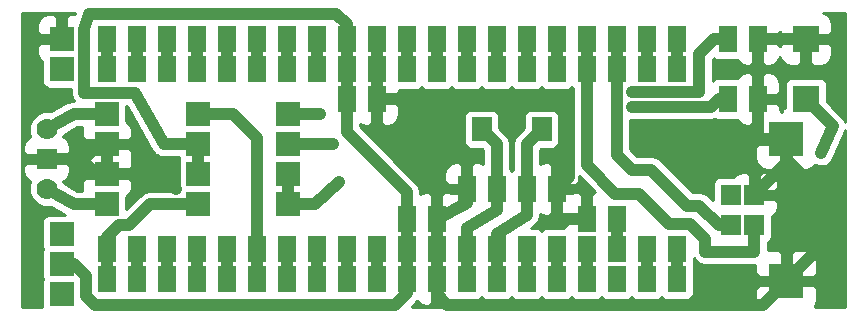
<source format=gbl>
%FSLAX34Y34*%
G04 Gerber Fmt 3.4, Leading zero omitted, Abs format*
G04 (created by PCBNEW (2014-04-11 BZR 4798)-product) date mar. 20 mai 2014 10:15:50 CEST*
%MOIN*%
G01*
G70*
G90*
G04 APERTURE LIST*
%ADD10C,0.003937*%
%ADD11R,0.062000X0.090000*%
%ADD12R,0.090000X0.090000*%
%ADD13R,0.068000X0.068000*%
%ADD14R,0.118110X0.118110*%
%ADD15R,0.080000X0.080000*%
%ADD16R,0.068000X0.080000*%
%ADD17C,0.070000*%
%ADD18R,0.070000X0.070000*%
%ADD19C,0.035000*%
%ADD20C,0.039370*%
%ADD21C,0.010000*%
G04 APERTURE END LIST*
G54D10*
G54D11*
X73750Y-51250D03*
X74750Y-51250D03*
X75750Y-51250D03*
X76750Y-51250D03*
X77750Y-51250D03*
X78750Y-51250D03*
X79750Y-51250D03*
X80750Y-51250D03*
X81750Y-51250D03*
X82750Y-51250D03*
X83750Y-51250D03*
X84750Y-51250D03*
X85750Y-51250D03*
X86750Y-51250D03*
X87750Y-51250D03*
X88750Y-51250D03*
X89750Y-51250D03*
X90750Y-51250D03*
X91750Y-51250D03*
X92750Y-51250D03*
G54D12*
X97050Y-51250D03*
X97050Y-53250D03*
G54D11*
X73750Y-59250D03*
X74750Y-59250D03*
X75750Y-59250D03*
X76750Y-59250D03*
X77750Y-59250D03*
X78750Y-59250D03*
X79750Y-59250D03*
X80750Y-59250D03*
X81750Y-59250D03*
X82750Y-59250D03*
X83750Y-59250D03*
X84750Y-59250D03*
X85750Y-59250D03*
X86750Y-59250D03*
X87750Y-59250D03*
X88750Y-59250D03*
X89750Y-59250D03*
X90750Y-59250D03*
X91750Y-59250D03*
X92750Y-59250D03*
X94450Y-51250D03*
X95450Y-51250D03*
X94450Y-53250D03*
X95450Y-53250D03*
X84750Y-57250D03*
X83750Y-57250D03*
X89750Y-57250D03*
X90750Y-57250D03*
X82750Y-53250D03*
X81750Y-53250D03*
X85750Y-56250D03*
X86750Y-56250D03*
X88750Y-56250D03*
X87750Y-56250D03*
G54D13*
X94550Y-56450D03*
X94550Y-57450D03*
X95337Y-57450D03*
X95337Y-56450D03*
G54D14*
X96400Y-54588D03*
X96400Y-59312D03*
G54D15*
X79800Y-53750D03*
X76800Y-53750D03*
X79800Y-54750D03*
X76800Y-54750D03*
X76800Y-55750D03*
X79800Y-55750D03*
X76800Y-56750D03*
X79800Y-56750D03*
G54D11*
X73750Y-58250D03*
X74750Y-58250D03*
X75750Y-58250D03*
X76750Y-58250D03*
X77750Y-58250D03*
X78750Y-58250D03*
X79750Y-58250D03*
X80750Y-58250D03*
X81750Y-58250D03*
X82750Y-58250D03*
X83750Y-58250D03*
X84750Y-58250D03*
X85750Y-58250D03*
X86750Y-58250D03*
X87750Y-58250D03*
X88750Y-58250D03*
X89750Y-58250D03*
X90750Y-58250D03*
X91750Y-58250D03*
X92750Y-58250D03*
X92750Y-52250D03*
X91750Y-52250D03*
X90750Y-52250D03*
X89750Y-52250D03*
X88750Y-52250D03*
X87750Y-52250D03*
X86750Y-52250D03*
X85750Y-52250D03*
X84750Y-52250D03*
X83750Y-52250D03*
X82750Y-52250D03*
X81750Y-52250D03*
X80750Y-52250D03*
X79750Y-52250D03*
X78750Y-52250D03*
X77750Y-52250D03*
X76750Y-52250D03*
X75750Y-52250D03*
X74750Y-52250D03*
X73750Y-52250D03*
G54D16*
X88250Y-54250D03*
X86250Y-54250D03*
G54D15*
X73750Y-56750D03*
X73750Y-55750D03*
X73750Y-54750D03*
X73750Y-53750D03*
X72250Y-57750D03*
X72250Y-58750D03*
X72250Y-59750D03*
X72250Y-52250D03*
X72250Y-51250D03*
G54D17*
X71750Y-56250D03*
G54D18*
X71750Y-55250D03*
G54D17*
X71750Y-54250D03*
G54D19*
X76050Y-56250D03*
X81300Y-54750D03*
X91250Y-53500D03*
X97550Y-55050D03*
X81500Y-56000D03*
X91250Y-53000D03*
X80850Y-53750D03*
G54D20*
X79750Y-58250D02*
X79750Y-59250D01*
X89750Y-51250D02*
X89750Y-52250D01*
X95337Y-58350D02*
X95337Y-57450D01*
X93700Y-57900D02*
X93700Y-58350D01*
X93200Y-57400D02*
X93700Y-57900D01*
X92500Y-57400D02*
X93200Y-57400D01*
X91500Y-56400D02*
X92500Y-57400D01*
X90700Y-56400D02*
X91500Y-56400D01*
X89750Y-55450D02*
X90700Y-56400D01*
X89750Y-52250D02*
X89750Y-55450D01*
X95337Y-58350D02*
X93700Y-58350D01*
X90750Y-51250D02*
X90750Y-52250D01*
X90750Y-55100D02*
X91250Y-55600D01*
X91250Y-55600D02*
X91900Y-55600D01*
X91900Y-55600D02*
X93100Y-56800D01*
X93100Y-56800D02*
X93500Y-56800D01*
X93500Y-56800D02*
X94150Y-57450D01*
X94150Y-57450D02*
X94550Y-57450D01*
X90750Y-52250D02*
X90750Y-55100D01*
X73750Y-58250D02*
X73750Y-59250D01*
X74150Y-57450D02*
X74500Y-57450D01*
X74500Y-57450D02*
X75200Y-56750D01*
X75200Y-56750D02*
X76800Y-56750D01*
X73750Y-57850D02*
X74150Y-57450D01*
X73750Y-58250D02*
X73750Y-57850D01*
X85750Y-58250D02*
X85750Y-59250D01*
X85749Y-57549D02*
X85750Y-58250D01*
X86750Y-56950D02*
X85749Y-57549D01*
X86750Y-56250D02*
X86750Y-56950D01*
X86750Y-54750D02*
X86250Y-54250D01*
X86750Y-56250D02*
X86750Y-54750D01*
X86750Y-58250D02*
X86750Y-59250D01*
X86750Y-57750D02*
X86750Y-58250D01*
X87750Y-57100D02*
X86750Y-57750D01*
X87750Y-56250D02*
X87750Y-57100D01*
X87750Y-54750D02*
X88250Y-54250D01*
X87750Y-56250D02*
X87750Y-54750D01*
X74750Y-51250D02*
X74750Y-52250D01*
X73750Y-51250D02*
X73750Y-52250D01*
X75750Y-51250D02*
X75750Y-52250D01*
X78750Y-58250D02*
X78750Y-59250D01*
X77950Y-53750D02*
X78750Y-54550D01*
X78750Y-54550D02*
X78750Y-58250D01*
X76800Y-53750D02*
X77950Y-53750D01*
X80750Y-51250D02*
X80750Y-52250D01*
X79750Y-51250D02*
X79750Y-52250D01*
X78750Y-51250D02*
X78750Y-52250D01*
X77750Y-51250D02*
X77750Y-52250D01*
X76750Y-51250D02*
X76750Y-52250D01*
X81750Y-51250D02*
X81750Y-50750D01*
X81400Y-50400D02*
X73150Y-50400D01*
X81750Y-50750D02*
X81400Y-50400D01*
X81750Y-51250D02*
X81750Y-50800D01*
X83750Y-59250D02*
X83750Y-58250D01*
X83750Y-58250D02*
X83750Y-57250D01*
X81750Y-51250D02*
X81750Y-52250D01*
X81750Y-52250D02*
X81750Y-53250D01*
X81750Y-54350D02*
X83750Y-56350D01*
X83750Y-56350D02*
X83750Y-57250D01*
X81750Y-53250D02*
X81750Y-54350D01*
X76800Y-55750D02*
X76800Y-54750D01*
X74700Y-53050D02*
X73000Y-53050D01*
X75650Y-54750D02*
X74700Y-53050D01*
X73000Y-53050D02*
X73000Y-50900D01*
X76800Y-54750D02*
X75650Y-54750D01*
X73000Y-50900D02*
X73150Y-50400D01*
X83350Y-60100D02*
X73350Y-60100D01*
X73350Y-60100D02*
X73050Y-59800D01*
X73050Y-59800D02*
X73050Y-59150D01*
X73050Y-59150D02*
X72650Y-58750D01*
X72650Y-58750D02*
X72250Y-58750D01*
X83750Y-59700D02*
X83350Y-60100D01*
X83750Y-59250D02*
X83750Y-59700D01*
X84750Y-59750D02*
X85100Y-60100D01*
X95612Y-60100D02*
X96400Y-59312D01*
X85100Y-60100D02*
X95612Y-60100D01*
X84750Y-59750D02*
X84750Y-59250D01*
X88350Y-53250D02*
X89150Y-53750D01*
X82750Y-53250D02*
X88350Y-53250D01*
X89150Y-53750D02*
X89150Y-55250D01*
X89750Y-57250D02*
X88750Y-57250D01*
X88750Y-57250D02*
X88750Y-56250D01*
X84750Y-59250D02*
X84750Y-58250D01*
X84750Y-58250D02*
X84750Y-57250D01*
X85758Y-56721D02*
X85750Y-56250D01*
X84750Y-57250D02*
X85758Y-56721D01*
X96400Y-59312D02*
X96400Y-59300D01*
X96400Y-59300D02*
X97400Y-58300D01*
X97400Y-58300D02*
X97400Y-56250D01*
X97400Y-56250D02*
X96400Y-55250D01*
X96400Y-54588D02*
X96400Y-55250D01*
X96400Y-55250D02*
X96400Y-55387D01*
X96400Y-55387D02*
X95337Y-56450D01*
X82750Y-51250D02*
X82750Y-52250D01*
X82750Y-52250D02*
X82750Y-53250D01*
X89150Y-55850D02*
X88750Y-56250D01*
X89150Y-55250D02*
X89150Y-55850D01*
X82750Y-54300D02*
X84750Y-56300D01*
X84750Y-56300D02*
X84750Y-57250D01*
X82750Y-53250D02*
X82750Y-54300D01*
X95488Y-54588D02*
X96400Y-54588D01*
X95450Y-54550D02*
X95488Y-54588D01*
X95450Y-53250D02*
X95450Y-54550D01*
X95450Y-51250D02*
X95450Y-53250D01*
X97050Y-51250D02*
X95450Y-51250D01*
X73000Y-55250D02*
X71750Y-55250D01*
X73500Y-54750D02*
X73000Y-55250D01*
X73750Y-54750D02*
X73500Y-54750D01*
X73000Y-55350D02*
X73400Y-55750D01*
X73400Y-55750D02*
X73750Y-55750D01*
X73000Y-55250D02*
X73000Y-55350D01*
X76050Y-56250D02*
X75200Y-55750D01*
X75200Y-55750D02*
X73750Y-55750D01*
X90750Y-57250D02*
X90750Y-58250D01*
X81300Y-54750D02*
X79800Y-54750D01*
X93900Y-53500D02*
X91250Y-53500D01*
X94150Y-53250D02*
X93900Y-53500D01*
X94450Y-53250D02*
X94150Y-53250D01*
X79800Y-56750D02*
X79800Y-55750D01*
X97950Y-54150D02*
X97550Y-55050D01*
X81500Y-56000D02*
X80700Y-56750D01*
X80700Y-56750D02*
X79800Y-56750D01*
X97050Y-53250D02*
X97950Y-54150D01*
X94000Y-51250D02*
X93500Y-51750D01*
X93500Y-51750D02*
X93500Y-53000D01*
X93500Y-53000D02*
X93150Y-53000D01*
X93150Y-53000D02*
X91250Y-53000D01*
X80850Y-53750D02*
X79800Y-53750D01*
X94450Y-51250D02*
X94000Y-51250D01*
X74750Y-58250D02*
X74750Y-59250D01*
X75750Y-58250D02*
X75750Y-59250D01*
X76750Y-58250D02*
X76750Y-59250D01*
X77750Y-58250D02*
X77750Y-59250D01*
X80750Y-58250D02*
X80750Y-59250D01*
X81750Y-58250D02*
X81750Y-59250D01*
X82750Y-58250D02*
X82750Y-59250D01*
X87750Y-58250D02*
X87750Y-59250D01*
X88750Y-58250D02*
X88750Y-59250D01*
X89750Y-58250D02*
X89750Y-59250D01*
X91750Y-58250D02*
X91750Y-59250D01*
X92750Y-58250D02*
X92750Y-59250D01*
X83750Y-51250D02*
X83750Y-52250D01*
X84750Y-51250D02*
X84750Y-52250D01*
X85750Y-51250D02*
X85750Y-52250D01*
X86750Y-51250D02*
X86750Y-52250D01*
X87750Y-51250D02*
X87750Y-52250D01*
X88750Y-51250D02*
X88750Y-52250D01*
X91750Y-51250D02*
X91750Y-52250D01*
X92750Y-51250D02*
X92750Y-52250D01*
X72650Y-56750D02*
X71750Y-56250D01*
X73750Y-56750D02*
X72650Y-56750D01*
X72650Y-53750D02*
X71750Y-54250D01*
X73750Y-53750D02*
X72650Y-53750D01*
G54D10*
G36*
X76170Y-56249D02*
X76150Y-56300D01*
X76150Y-56303D01*
X75200Y-56303D01*
X75028Y-56337D01*
X74884Y-56434D01*
X74400Y-56918D01*
X74400Y-56522D01*
X74523Y-56399D01*
X74590Y-56237D01*
X74590Y-56005D01*
X74590Y-55495D01*
X74590Y-55262D01*
X74584Y-55250D01*
X74590Y-55237D01*
X74590Y-55005D01*
X74480Y-54895D01*
X73895Y-54895D01*
X73895Y-55020D01*
X73895Y-55480D01*
X73895Y-55605D01*
X74480Y-55605D01*
X74590Y-55495D01*
X74590Y-56005D01*
X74480Y-55895D01*
X73895Y-55895D01*
X73895Y-55902D01*
X73605Y-55902D01*
X73605Y-55895D01*
X73605Y-55605D01*
X73605Y-55480D01*
X73605Y-55020D01*
X73605Y-54895D01*
X73020Y-54895D01*
X72910Y-55005D01*
X72910Y-55237D01*
X72915Y-55250D01*
X72910Y-55262D01*
X72910Y-55495D01*
X73020Y-55605D01*
X73605Y-55605D01*
X73605Y-55895D01*
X73020Y-55895D01*
X72910Y-56005D01*
X72910Y-56237D01*
X72937Y-56303D01*
X72765Y-56303D01*
X72318Y-56054D01*
X72294Y-55995D01*
X72349Y-55973D01*
X72473Y-55849D01*
X72540Y-55687D01*
X72540Y-55512D01*
X72540Y-55505D01*
X72430Y-55395D01*
X71895Y-55395D01*
X71895Y-55402D01*
X71605Y-55402D01*
X71605Y-55395D01*
X71070Y-55395D01*
X70960Y-55505D01*
X70960Y-55512D01*
X70960Y-55687D01*
X71026Y-55849D01*
X71150Y-55973D01*
X71205Y-55995D01*
X71150Y-56130D01*
X71149Y-56368D01*
X71241Y-56589D01*
X71409Y-56758D01*
X71630Y-56849D01*
X71868Y-56850D01*
X71892Y-56840D01*
X72359Y-57100D01*
X71800Y-57100D01*
X71708Y-57138D01*
X71638Y-57208D01*
X71600Y-57300D01*
X71600Y-57399D01*
X71600Y-58199D01*
X71620Y-58249D01*
X71600Y-58300D01*
X71600Y-58399D01*
X71600Y-59199D01*
X71620Y-59249D01*
X71600Y-59300D01*
X71600Y-59399D01*
X71600Y-60170D01*
X70929Y-60170D01*
X70929Y-50379D01*
X72689Y-50379D01*
X72680Y-50410D01*
X72562Y-50410D01*
X72505Y-50410D01*
X72395Y-50520D01*
X72395Y-51105D01*
X72402Y-51105D01*
X72402Y-51395D01*
X72395Y-51395D01*
X72395Y-51402D01*
X72105Y-51402D01*
X72105Y-51395D01*
X72105Y-51105D01*
X72105Y-50520D01*
X71995Y-50410D01*
X71937Y-50410D01*
X71762Y-50410D01*
X71600Y-50476D01*
X71476Y-50600D01*
X71410Y-50762D01*
X71410Y-50995D01*
X71520Y-51105D01*
X72105Y-51105D01*
X72105Y-51395D01*
X71520Y-51395D01*
X71410Y-51505D01*
X71410Y-51737D01*
X71476Y-51899D01*
X71600Y-52022D01*
X71600Y-52699D01*
X71638Y-52791D01*
X71708Y-52861D01*
X71800Y-52900D01*
X71899Y-52900D01*
X72553Y-52900D01*
X72553Y-53050D01*
X72587Y-53221D01*
X72642Y-53304D01*
X72624Y-53308D01*
X72598Y-53306D01*
X72539Y-53325D01*
X72478Y-53337D01*
X72457Y-53351D01*
X72432Y-53359D01*
X71892Y-53659D01*
X71869Y-53650D01*
X71631Y-53649D01*
X71410Y-53741D01*
X71241Y-53909D01*
X71150Y-54130D01*
X71149Y-54368D01*
X71205Y-54504D01*
X71150Y-54526D01*
X71026Y-54650D01*
X70960Y-54812D01*
X70960Y-54987D01*
X70960Y-54995D01*
X71070Y-55105D01*
X71605Y-55105D01*
X71605Y-55097D01*
X71895Y-55097D01*
X71895Y-55105D01*
X72430Y-55105D01*
X72540Y-54995D01*
X72540Y-54987D01*
X72540Y-54812D01*
X72473Y-54650D01*
X72349Y-54526D01*
X72294Y-54504D01*
X72318Y-54445D01*
X72765Y-54196D01*
X72937Y-54196D01*
X72910Y-54262D01*
X72910Y-54495D01*
X73020Y-54605D01*
X73605Y-54605D01*
X73605Y-54597D01*
X73895Y-54597D01*
X73895Y-54605D01*
X74480Y-54605D01*
X74590Y-54495D01*
X74590Y-54262D01*
X74523Y-54100D01*
X74400Y-53977D01*
X74400Y-53496D01*
X74437Y-53496D01*
X75259Y-54967D01*
X75299Y-55014D01*
X75334Y-55065D01*
X75355Y-55080D01*
X75373Y-55100D01*
X75427Y-55128D01*
X75478Y-55162D01*
X75504Y-55167D01*
X75528Y-55179D01*
X75589Y-55184D01*
X75650Y-55196D01*
X76150Y-55196D01*
X76150Y-55199D01*
X76170Y-55249D01*
X76150Y-55300D01*
X76150Y-55399D01*
X76150Y-56199D01*
X76170Y-56249D01*
X76170Y-56249D01*
G37*
G54D21*
X76170Y-56249D02*
X76150Y-56300D01*
X76150Y-56303D01*
X75200Y-56303D01*
X75028Y-56337D01*
X74884Y-56434D01*
X74400Y-56918D01*
X74400Y-56522D01*
X74523Y-56399D01*
X74590Y-56237D01*
X74590Y-56005D01*
X74590Y-55495D01*
X74590Y-55262D01*
X74584Y-55250D01*
X74590Y-55237D01*
X74590Y-55005D01*
X74480Y-54895D01*
X73895Y-54895D01*
X73895Y-55020D01*
X73895Y-55480D01*
X73895Y-55605D01*
X74480Y-55605D01*
X74590Y-55495D01*
X74590Y-56005D01*
X74480Y-55895D01*
X73895Y-55895D01*
X73895Y-55902D01*
X73605Y-55902D01*
X73605Y-55895D01*
X73605Y-55605D01*
X73605Y-55480D01*
X73605Y-55020D01*
X73605Y-54895D01*
X73020Y-54895D01*
X72910Y-55005D01*
X72910Y-55237D01*
X72915Y-55250D01*
X72910Y-55262D01*
X72910Y-55495D01*
X73020Y-55605D01*
X73605Y-55605D01*
X73605Y-55895D01*
X73020Y-55895D01*
X72910Y-56005D01*
X72910Y-56237D01*
X72937Y-56303D01*
X72765Y-56303D01*
X72318Y-56054D01*
X72294Y-55995D01*
X72349Y-55973D01*
X72473Y-55849D01*
X72540Y-55687D01*
X72540Y-55512D01*
X72540Y-55505D01*
X72430Y-55395D01*
X71895Y-55395D01*
X71895Y-55402D01*
X71605Y-55402D01*
X71605Y-55395D01*
X71070Y-55395D01*
X70960Y-55505D01*
X70960Y-55512D01*
X70960Y-55687D01*
X71026Y-55849D01*
X71150Y-55973D01*
X71205Y-55995D01*
X71150Y-56130D01*
X71149Y-56368D01*
X71241Y-56589D01*
X71409Y-56758D01*
X71630Y-56849D01*
X71868Y-56850D01*
X71892Y-56840D01*
X72359Y-57100D01*
X71800Y-57100D01*
X71708Y-57138D01*
X71638Y-57208D01*
X71600Y-57300D01*
X71600Y-57399D01*
X71600Y-58199D01*
X71620Y-58249D01*
X71600Y-58300D01*
X71600Y-58399D01*
X71600Y-59199D01*
X71620Y-59249D01*
X71600Y-59300D01*
X71600Y-59399D01*
X71600Y-60170D01*
X70929Y-60170D01*
X70929Y-50379D01*
X72689Y-50379D01*
X72680Y-50410D01*
X72562Y-50410D01*
X72505Y-50410D01*
X72395Y-50520D01*
X72395Y-51105D01*
X72402Y-51105D01*
X72402Y-51395D01*
X72395Y-51395D01*
X72395Y-51402D01*
X72105Y-51402D01*
X72105Y-51395D01*
X72105Y-51105D01*
X72105Y-50520D01*
X71995Y-50410D01*
X71937Y-50410D01*
X71762Y-50410D01*
X71600Y-50476D01*
X71476Y-50600D01*
X71410Y-50762D01*
X71410Y-50995D01*
X71520Y-51105D01*
X72105Y-51105D01*
X72105Y-51395D01*
X71520Y-51395D01*
X71410Y-51505D01*
X71410Y-51737D01*
X71476Y-51899D01*
X71600Y-52022D01*
X71600Y-52699D01*
X71638Y-52791D01*
X71708Y-52861D01*
X71800Y-52900D01*
X71899Y-52900D01*
X72553Y-52900D01*
X72553Y-53050D01*
X72587Y-53221D01*
X72642Y-53304D01*
X72624Y-53308D01*
X72598Y-53306D01*
X72539Y-53325D01*
X72478Y-53337D01*
X72457Y-53351D01*
X72432Y-53359D01*
X71892Y-53659D01*
X71869Y-53650D01*
X71631Y-53649D01*
X71410Y-53741D01*
X71241Y-53909D01*
X71150Y-54130D01*
X71149Y-54368D01*
X71205Y-54504D01*
X71150Y-54526D01*
X71026Y-54650D01*
X70960Y-54812D01*
X70960Y-54987D01*
X70960Y-54995D01*
X71070Y-55105D01*
X71605Y-55105D01*
X71605Y-55097D01*
X71895Y-55097D01*
X71895Y-55105D01*
X72430Y-55105D01*
X72540Y-54995D01*
X72540Y-54987D01*
X72540Y-54812D01*
X72473Y-54650D01*
X72349Y-54526D01*
X72294Y-54504D01*
X72318Y-54445D01*
X72765Y-54196D01*
X72937Y-54196D01*
X72910Y-54262D01*
X72910Y-54495D01*
X73020Y-54605D01*
X73605Y-54605D01*
X73605Y-54597D01*
X73895Y-54597D01*
X73895Y-54605D01*
X74480Y-54605D01*
X74590Y-54495D01*
X74590Y-54262D01*
X74523Y-54100D01*
X74400Y-53977D01*
X74400Y-53496D01*
X74437Y-53496D01*
X75259Y-54967D01*
X75299Y-55014D01*
X75334Y-55065D01*
X75355Y-55080D01*
X75373Y-55100D01*
X75427Y-55128D01*
X75478Y-55162D01*
X75504Y-55167D01*
X75528Y-55179D01*
X75589Y-55184D01*
X75650Y-55196D01*
X76150Y-55196D01*
X76150Y-55199D01*
X76170Y-55249D01*
X76150Y-55300D01*
X76150Y-55399D01*
X76150Y-56199D01*
X76170Y-56249D01*
G54D10*
G36*
X98370Y-54009D02*
X98367Y-53989D01*
X98363Y-53984D01*
X98362Y-53978D01*
X98317Y-53911D01*
X98273Y-53842D01*
X98269Y-53838D01*
X98265Y-53834D01*
X97940Y-53508D01*
X97940Y-51787D01*
X97940Y-51612D01*
X97940Y-51505D01*
X97830Y-51395D01*
X97195Y-51395D01*
X97195Y-52030D01*
X97305Y-52140D01*
X97587Y-52140D01*
X97749Y-52073D01*
X97873Y-51949D01*
X97940Y-51787D01*
X97940Y-53508D01*
X97750Y-53318D01*
X97750Y-52750D01*
X97711Y-52658D01*
X97641Y-52588D01*
X97549Y-52550D01*
X97450Y-52550D01*
X96905Y-52550D01*
X96905Y-52030D01*
X96905Y-51395D01*
X96270Y-51395D01*
X96180Y-51485D01*
X96090Y-51395D01*
X95595Y-51395D01*
X95595Y-52030D01*
X95705Y-52140D01*
X95847Y-52140D01*
X96009Y-52073D01*
X96133Y-51949D01*
X96180Y-51835D01*
X96226Y-51949D01*
X96350Y-52073D01*
X96512Y-52140D01*
X96795Y-52140D01*
X96905Y-52030D01*
X96905Y-52550D01*
X96550Y-52550D01*
X96458Y-52588D01*
X96388Y-52658D01*
X96350Y-52750D01*
X96350Y-52849D01*
X96350Y-53557D01*
X96254Y-53557D01*
X96254Y-53667D01*
X96200Y-53612D01*
X96200Y-53505D01*
X96200Y-52995D01*
X96200Y-52887D01*
X96200Y-52712D01*
X96133Y-52550D01*
X96009Y-52426D01*
X95847Y-52360D01*
X95705Y-52360D01*
X95595Y-52470D01*
X95595Y-53105D01*
X96090Y-53105D01*
X96200Y-52995D01*
X96200Y-53505D01*
X96090Y-53395D01*
X95595Y-53395D01*
X95595Y-53402D01*
X95305Y-53402D01*
X95305Y-53395D01*
X95297Y-53395D01*
X95297Y-53105D01*
X95305Y-53105D01*
X95305Y-52470D01*
X95195Y-52360D01*
X95052Y-52360D01*
X94890Y-52426D01*
X94767Y-52550D01*
X94710Y-52550D01*
X94090Y-52550D01*
X93998Y-52588D01*
X93946Y-52639D01*
X93946Y-51935D01*
X93984Y-51897D01*
X93998Y-51911D01*
X94090Y-51950D01*
X94189Y-51950D01*
X94767Y-51950D01*
X94890Y-52073D01*
X95052Y-52140D01*
X95195Y-52140D01*
X95305Y-52030D01*
X95305Y-51395D01*
X95297Y-51395D01*
X95297Y-51105D01*
X95305Y-51105D01*
X95305Y-51097D01*
X95595Y-51097D01*
X95595Y-51105D01*
X96090Y-51105D01*
X96180Y-51015D01*
X96270Y-51105D01*
X96905Y-51105D01*
X96905Y-51097D01*
X97195Y-51097D01*
X97195Y-51105D01*
X97830Y-51105D01*
X97940Y-50995D01*
X97940Y-50887D01*
X97940Y-50712D01*
X97873Y-50550D01*
X97749Y-50426D01*
X97634Y-50379D01*
X98370Y-50379D01*
X98370Y-54009D01*
X98370Y-54009D01*
G37*
G54D21*
X98370Y-54009D02*
X98367Y-53989D01*
X98363Y-53984D01*
X98362Y-53978D01*
X98317Y-53911D01*
X98273Y-53842D01*
X98269Y-53838D01*
X98265Y-53834D01*
X97940Y-53508D01*
X97940Y-51787D01*
X97940Y-51612D01*
X97940Y-51505D01*
X97830Y-51395D01*
X97195Y-51395D01*
X97195Y-52030D01*
X97305Y-52140D01*
X97587Y-52140D01*
X97749Y-52073D01*
X97873Y-51949D01*
X97940Y-51787D01*
X97940Y-53508D01*
X97750Y-53318D01*
X97750Y-52750D01*
X97711Y-52658D01*
X97641Y-52588D01*
X97549Y-52550D01*
X97450Y-52550D01*
X96905Y-52550D01*
X96905Y-52030D01*
X96905Y-51395D01*
X96270Y-51395D01*
X96180Y-51485D01*
X96090Y-51395D01*
X95595Y-51395D01*
X95595Y-52030D01*
X95705Y-52140D01*
X95847Y-52140D01*
X96009Y-52073D01*
X96133Y-51949D01*
X96180Y-51835D01*
X96226Y-51949D01*
X96350Y-52073D01*
X96512Y-52140D01*
X96795Y-52140D01*
X96905Y-52030D01*
X96905Y-52550D01*
X96550Y-52550D01*
X96458Y-52588D01*
X96388Y-52658D01*
X96350Y-52750D01*
X96350Y-52849D01*
X96350Y-53557D01*
X96254Y-53557D01*
X96254Y-53667D01*
X96200Y-53612D01*
X96200Y-53505D01*
X96200Y-52995D01*
X96200Y-52887D01*
X96200Y-52712D01*
X96133Y-52550D01*
X96009Y-52426D01*
X95847Y-52360D01*
X95705Y-52360D01*
X95595Y-52470D01*
X95595Y-53105D01*
X96090Y-53105D01*
X96200Y-52995D01*
X96200Y-53505D01*
X96090Y-53395D01*
X95595Y-53395D01*
X95595Y-53402D01*
X95305Y-53402D01*
X95305Y-53395D01*
X95297Y-53395D01*
X95297Y-53105D01*
X95305Y-53105D01*
X95305Y-52470D01*
X95195Y-52360D01*
X95052Y-52360D01*
X94890Y-52426D01*
X94767Y-52550D01*
X94710Y-52550D01*
X94090Y-52550D01*
X93998Y-52588D01*
X93946Y-52639D01*
X93946Y-51935D01*
X93984Y-51897D01*
X93998Y-51911D01*
X94090Y-51950D01*
X94189Y-51950D01*
X94767Y-51950D01*
X94890Y-52073D01*
X95052Y-52140D01*
X95195Y-52140D01*
X95305Y-52030D01*
X95305Y-51395D01*
X95297Y-51395D01*
X95297Y-51105D01*
X95305Y-51105D01*
X95305Y-51097D01*
X95595Y-51097D01*
X95595Y-51105D01*
X96090Y-51105D01*
X96180Y-51015D01*
X96270Y-51105D01*
X96905Y-51105D01*
X96905Y-51097D01*
X97195Y-51097D01*
X97195Y-51105D01*
X97830Y-51105D01*
X97940Y-50995D01*
X97940Y-50887D01*
X97940Y-50712D01*
X97873Y-50550D01*
X97749Y-50426D01*
X97634Y-50379D01*
X98370Y-50379D01*
X98370Y-54009D01*
G54D10*
G36*
X98370Y-60170D02*
X97344Y-60170D01*
X97363Y-60151D01*
X97430Y-59990D01*
X97430Y-59567D01*
X97430Y-59057D01*
X97430Y-58633D01*
X97363Y-58472D01*
X97239Y-58348D01*
X97078Y-58281D01*
X96903Y-58281D01*
X96655Y-58281D01*
X96545Y-58391D01*
X96545Y-59167D01*
X97320Y-59167D01*
X97430Y-59057D01*
X97430Y-59567D01*
X97320Y-59457D01*
X96545Y-59457D01*
X96545Y-59464D01*
X96255Y-59464D01*
X96255Y-59457D01*
X95479Y-59457D01*
X95369Y-59567D01*
X95369Y-59990D01*
X95436Y-60151D01*
X95455Y-60170D01*
X83911Y-60170D01*
X84065Y-60015D01*
X84093Y-59975D01*
X84190Y-60073D01*
X84352Y-60140D01*
X84495Y-60140D01*
X84605Y-60030D01*
X84605Y-59395D01*
X84597Y-59395D01*
X84597Y-59105D01*
X84605Y-59105D01*
X84605Y-59030D01*
X84605Y-58470D01*
X84605Y-58395D01*
X84597Y-58395D01*
X84597Y-58105D01*
X84605Y-58105D01*
X84605Y-58030D01*
X84605Y-57470D01*
X84605Y-57395D01*
X84597Y-57395D01*
X84597Y-57105D01*
X84605Y-57105D01*
X84605Y-56470D01*
X84495Y-56360D01*
X84352Y-56360D01*
X84196Y-56424D01*
X84196Y-56350D01*
X84162Y-56178D01*
X84162Y-56178D01*
X84065Y-56034D01*
X83500Y-55468D01*
X83500Y-53787D01*
X83500Y-53612D01*
X83500Y-53505D01*
X83390Y-53395D01*
X82895Y-53395D01*
X82895Y-54030D01*
X83005Y-54140D01*
X83147Y-54140D01*
X83309Y-54073D01*
X83433Y-53949D01*
X83500Y-53787D01*
X83500Y-55468D01*
X82196Y-54164D01*
X82196Y-54075D01*
X82352Y-54140D01*
X82495Y-54140D01*
X82605Y-54030D01*
X82605Y-53395D01*
X82597Y-53395D01*
X82597Y-53105D01*
X82605Y-53105D01*
X82605Y-53030D01*
X82605Y-52470D01*
X82605Y-52395D01*
X82597Y-52395D01*
X82597Y-52105D01*
X82605Y-52105D01*
X82605Y-52030D01*
X82605Y-51470D01*
X82605Y-51395D01*
X82597Y-51395D01*
X82597Y-51105D01*
X82605Y-51105D01*
X82605Y-51097D01*
X82895Y-51097D01*
X82895Y-51105D01*
X82902Y-51105D01*
X82902Y-51395D01*
X82895Y-51395D01*
X82895Y-51470D01*
X82895Y-52030D01*
X82895Y-52105D01*
X82902Y-52105D01*
X82902Y-52395D01*
X82895Y-52395D01*
X82895Y-52470D01*
X82895Y-53030D01*
X82895Y-53105D01*
X82970Y-53105D01*
X83005Y-53140D01*
X83147Y-53140D01*
X83232Y-53105D01*
X83390Y-53105D01*
X83500Y-52995D01*
X83500Y-52950D01*
X84109Y-52950D01*
X84201Y-52911D01*
X84250Y-52863D01*
X84298Y-52911D01*
X84390Y-52950D01*
X84489Y-52950D01*
X85109Y-52950D01*
X85201Y-52911D01*
X85250Y-52863D01*
X85298Y-52911D01*
X85390Y-52950D01*
X85489Y-52950D01*
X86109Y-52950D01*
X86201Y-52911D01*
X86250Y-52863D01*
X86298Y-52911D01*
X86390Y-52950D01*
X86489Y-52950D01*
X87109Y-52950D01*
X87201Y-52911D01*
X87250Y-52863D01*
X87298Y-52911D01*
X87390Y-52950D01*
X87489Y-52950D01*
X88109Y-52950D01*
X88201Y-52911D01*
X88250Y-52863D01*
X88298Y-52911D01*
X88390Y-52950D01*
X88489Y-52950D01*
X89109Y-52950D01*
X89201Y-52911D01*
X89250Y-52863D01*
X89298Y-52911D01*
X89303Y-52913D01*
X89303Y-55424D01*
X89147Y-55360D01*
X89005Y-55360D01*
X88895Y-55470D01*
X88895Y-56105D01*
X89390Y-56105D01*
X89500Y-55995D01*
X89500Y-55887D01*
X89500Y-55831D01*
X90028Y-56360D01*
X90005Y-56360D01*
X89895Y-56470D01*
X89895Y-57105D01*
X89902Y-57105D01*
X89902Y-57395D01*
X89895Y-57395D01*
X89895Y-57402D01*
X89605Y-57402D01*
X89605Y-57395D01*
X89605Y-57105D01*
X89605Y-56470D01*
X89495Y-56360D01*
X89352Y-56360D01*
X89267Y-56395D01*
X88895Y-56395D01*
X88895Y-57030D01*
X89005Y-57140D01*
X89147Y-57140D01*
X89232Y-57105D01*
X89605Y-57105D01*
X89605Y-57395D01*
X89110Y-57395D01*
X89000Y-57505D01*
X89000Y-57550D01*
X88390Y-57550D01*
X88298Y-57588D01*
X88249Y-57636D01*
X88201Y-57588D01*
X88109Y-57550D01*
X88010Y-57550D01*
X87877Y-57550D01*
X87993Y-57474D01*
X88027Y-57441D01*
X88065Y-57415D01*
X88088Y-57381D01*
X88118Y-57352D01*
X88136Y-57309D01*
X88162Y-57271D01*
X88170Y-57230D01*
X88187Y-57192D01*
X88187Y-57145D01*
X88196Y-57100D01*
X88196Y-57075D01*
X88352Y-57140D01*
X88495Y-57140D01*
X88605Y-57030D01*
X88605Y-56395D01*
X88597Y-56395D01*
X88597Y-56105D01*
X88605Y-56105D01*
X88605Y-55470D01*
X88495Y-55360D01*
X88352Y-55360D01*
X88196Y-55424D01*
X88196Y-54935D01*
X88231Y-54900D01*
X88639Y-54900D01*
X88731Y-54861D01*
X88801Y-54791D01*
X88840Y-54699D01*
X88840Y-54600D01*
X88840Y-53800D01*
X88801Y-53708D01*
X88731Y-53638D01*
X88639Y-53600D01*
X88540Y-53600D01*
X87860Y-53600D01*
X87768Y-53638D01*
X87698Y-53708D01*
X87660Y-53800D01*
X87660Y-53899D01*
X87660Y-54208D01*
X87434Y-54434D01*
X87337Y-54578D01*
X87303Y-54750D01*
X87303Y-55586D01*
X87298Y-55588D01*
X87249Y-55636D01*
X87201Y-55588D01*
X87196Y-55586D01*
X87196Y-54750D01*
X87162Y-54578D01*
X87162Y-54578D01*
X87065Y-54434D01*
X86840Y-54208D01*
X86840Y-53800D01*
X86801Y-53708D01*
X86731Y-53638D01*
X86639Y-53600D01*
X86540Y-53600D01*
X85860Y-53600D01*
X85768Y-53638D01*
X85698Y-53708D01*
X85660Y-53800D01*
X85660Y-53899D01*
X85660Y-54699D01*
X85698Y-54791D01*
X85768Y-54861D01*
X85860Y-54900D01*
X85959Y-54900D01*
X86268Y-54900D01*
X86303Y-54935D01*
X86303Y-55424D01*
X86147Y-55360D01*
X86005Y-55360D01*
X85895Y-55470D01*
X85895Y-56105D01*
X85902Y-56105D01*
X85902Y-56395D01*
X85895Y-56395D01*
X85895Y-56402D01*
X85605Y-56402D01*
X85605Y-56395D01*
X85605Y-56105D01*
X85605Y-55470D01*
X85495Y-55360D01*
X85352Y-55360D01*
X85190Y-55426D01*
X85066Y-55550D01*
X85000Y-55712D01*
X85000Y-55887D01*
X85000Y-55995D01*
X85110Y-56105D01*
X85605Y-56105D01*
X85605Y-56395D01*
X85232Y-56395D01*
X85147Y-56360D01*
X85005Y-56360D01*
X84895Y-56470D01*
X84895Y-57105D01*
X84902Y-57105D01*
X84902Y-57395D01*
X84895Y-57395D01*
X84895Y-57470D01*
X84895Y-58030D01*
X84895Y-58105D01*
X84902Y-58105D01*
X84902Y-58395D01*
X84895Y-58395D01*
X84895Y-58470D01*
X84895Y-59030D01*
X84895Y-59105D01*
X84902Y-59105D01*
X84902Y-59395D01*
X84895Y-59395D01*
X84895Y-60030D01*
X85005Y-60140D01*
X85147Y-60140D01*
X85309Y-60073D01*
X85432Y-59950D01*
X85489Y-59950D01*
X86109Y-59950D01*
X86201Y-59911D01*
X86250Y-59863D01*
X86298Y-59911D01*
X86390Y-59950D01*
X86489Y-59950D01*
X87109Y-59950D01*
X87201Y-59911D01*
X87250Y-59863D01*
X87298Y-59911D01*
X87390Y-59950D01*
X87489Y-59950D01*
X88109Y-59950D01*
X88201Y-59911D01*
X88250Y-59863D01*
X88298Y-59911D01*
X88390Y-59950D01*
X88489Y-59950D01*
X89109Y-59950D01*
X89201Y-59911D01*
X89250Y-59863D01*
X89298Y-59911D01*
X89390Y-59950D01*
X89489Y-59950D01*
X90109Y-59950D01*
X90201Y-59911D01*
X90250Y-59863D01*
X90298Y-59911D01*
X90390Y-59950D01*
X90489Y-59950D01*
X91109Y-59950D01*
X91201Y-59911D01*
X91250Y-59863D01*
X91298Y-59911D01*
X91390Y-59950D01*
X91489Y-59950D01*
X92109Y-59950D01*
X92201Y-59911D01*
X92250Y-59863D01*
X92298Y-59911D01*
X92390Y-59950D01*
X92489Y-59950D01*
X93109Y-59950D01*
X93201Y-59911D01*
X93271Y-59841D01*
X93310Y-59749D01*
X93310Y-59650D01*
X93310Y-58750D01*
X93309Y-58750D01*
X93310Y-58749D01*
X93310Y-58650D01*
X93310Y-58555D01*
X93384Y-58665D01*
X93528Y-58762D01*
X93700Y-58796D01*
X95337Y-58796D01*
X95369Y-58790D01*
X95369Y-59057D01*
X95479Y-59167D01*
X96255Y-59167D01*
X96255Y-58391D01*
X96255Y-55508D01*
X96255Y-54733D01*
X95479Y-54733D01*
X95369Y-54843D01*
X95369Y-55266D01*
X95436Y-55427D01*
X95560Y-55551D01*
X95721Y-55618D01*
X95896Y-55618D01*
X96145Y-55618D01*
X96255Y-55508D01*
X96255Y-58391D01*
X96145Y-58281D01*
X95896Y-58281D01*
X95783Y-58281D01*
X95783Y-58016D01*
X95818Y-58001D01*
X95888Y-57931D01*
X95927Y-57839D01*
X95927Y-57740D01*
X95927Y-57162D01*
X96050Y-57039D01*
X96117Y-56877D01*
X96117Y-56705D01*
X96117Y-56195D01*
X96117Y-56022D01*
X96050Y-55860D01*
X95926Y-55736D01*
X95764Y-55670D01*
X95592Y-55670D01*
X95482Y-55780D01*
X95482Y-56305D01*
X96007Y-56305D01*
X96117Y-56195D01*
X96117Y-56705D01*
X96007Y-56595D01*
X95482Y-56595D01*
X95482Y-56602D01*
X95192Y-56602D01*
X95192Y-56595D01*
X95184Y-56595D01*
X95184Y-56305D01*
X95192Y-56305D01*
X95192Y-55780D01*
X95082Y-55670D01*
X94909Y-55670D01*
X94747Y-55736D01*
X94624Y-55860D01*
X94160Y-55860D01*
X94068Y-55898D01*
X93998Y-55968D01*
X93960Y-56060D01*
X93960Y-56159D01*
X93960Y-56628D01*
X93815Y-56484D01*
X93671Y-56387D01*
X93500Y-56353D01*
X93285Y-56353D01*
X92215Y-55284D01*
X92071Y-55187D01*
X91900Y-55153D01*
X91435Y-55153D01*
X91196Y-54914D01*
X91196Y-53936D01*
X91250Y-53946D01*
X93900Y-53946D01*
X94023Y-53922D01*
X94090Y-53950D01*
X94189Y-53950D01*
X94767Y-53950D01*
X94890Y-54073D01*
X95052Y-54140D01*
X95195Y-54140D01*
X95304Y-54030D01*
X95304Y-54140D01*
X95369Y-54140D01*
X95369Y-54333D01*
X95479Y-54443D01*
X96255Y-54443D01*
X96255Y-54435D01*
X96545Y-54435D01*
X96545Y-54443D01*
X96552Y-54443D01*
X96552Y-54733D01*
X96545Y-54733D01*
X96545Y-55508D01*
X96655Y-55618D01*
X96903Y-55618D01*
X97078Y-55618D01*
X97239Y-55551D01*
X97347Y-55443D01*
X97368Y-55458D01*
X97538Y-55496D01*
X97710Y-55467D01*
X97857Y-55373D01*
X97958Y-55231D01*
X98358Y-54331D01*
X98359Y-54325D01*
X98362Y-54321D01*
X98370Y-54282D01*
X98370Y-60170D01*
X98370Y-60170D01*
G37*
G54D21*
X98370Y-60170D02*
X97344Y-60170D01*
X97363Y-60151D01*
X97430Y-59990D01*
X97430Y-59567D01*
X97430Y-59057D01*
X97430Y-58633D01*
X97363Y-58472D01*
X97239Y-58348D01*
X97078Y-58281D01*
X96903Y-58281D01*
X96655Y-58281D01*
X96545Y-58391D01*
X96545Y-59167D01*
X97320Y-59167D01*
X97430Y-59057D01*
X97430Y-59567D01*
X97320Y-59457D01*
X96545Y-59457D01*
X96545Y-59464D01*
X96255Y-59464D01*
X96255Y-59457D01*
X95479Y-59457D01*
X95369Y-59567D01*
X95369Y-59990D01*
X95436Y-60151D01*
X95455Y-60170D01*
X83911Y-60170D01*
X84065Y-60015D01*
X84093Y-59975D01*
X84190Y-60073D01*
X84352Y-60140D01*
X84495Y-60140D01*
X84605Y-60030D01*
X84605Y-59395D01*
X84597Y-59395D01*
X84597Y-59105D01*
X84605Y-59105D01*
X84605Y-59030D01*
X84605Y-58470D01*
X84605Y-58395D01*
X84597Y-58395D01*
X84597Y-58105D01*
X84605Y-58105D01*
X84605Y-58030D01*
X84605Y-57470D01*
X84605Y-57395D01*
X84597Y-57395D01*
X84597Y-57105D01*
X84605Y-57105D01*
X84605Y-56470D01*
X84495Y-56360D01*
X84352Y-56360D01*
X84196Y-56424D01*
X84196Y-56350D01*
X84162Y-56178D01*
X84162Y-56178D01*
X84065Y-56034D01*
X83500Y-55468D01*
X83500Y-53787D01*
X83500Y-53612D01*
X83500Y-53505D01*
X83390Y-53395D01*
X82895Y-53395D01*
X82895Y-54030D01*
X83005Y-54140D01*
X83147Y-54140D01*
X83309Y-54073D01*
X83433Y-53949D01*
X83500Y-53787D01*
X83500Y-55468D01*
X82196Y-54164D01*
X82196Y-54075D01*
X82352Y-54140D01*
X82495Y-54140D01*
X82605Y-54030D01*
X82605Y-53395D01*
X82597Y-53395D01*
X82597Y-53105D01*
X82605Y-53105D01*
X82605Y-53030D01*
X82605Y-52470D01*
X82605Y-52395D01*
X82597Y-52395D01*
X82597Y-52105D01*
X82605Y-52105D01*
X82605Y-52030D01*
X82605Y-51470D01*
X82605Y-51395D01*
X82597Y-51395D01*
X82597Y-51105D01*
X82605Y-51105D01*
X82605Y-51097D01*
X82895Y-51097D01*
X82895Y-51105D01*
X82902Y-51105D01*
X82902Y-51395D01*
X82895Y-51395D01*
X82895Y-51470D01*
X82895Y-52030D01*
X82895Y-52105D01*
X82902Y-52105D01*
X82902Y-52395D01*
X82895Y-52395D01*
X82895Y-52470D01*
X82895Y-53030D01*
X82895Y-53105D01*
X82970Y-53105D01*
X83005Y-53140D01*
X83147Y-53140D01*
X83232Y-53105D01*
X83390Y-53105D01*
X83500Y-52995D01*
X83500Y-52950D01*
X84109Y-52950D01*
X84201Y-52911D01*
X84250Y-52863D01*
X84298Y-52911D01*
X84390Y-52950D01*
X84489Y-52950D01*
X85109Y-52950D01*
X85201Y-52911D01*
X85250Y-52863D01*
X85298Y-52911D01*
X85390Y-52950D01*
X85489Y-52950D01*
X86109Y-52950D01*
X86201Y-52911D01*
X86250Y-52863D01*
X86298Y-52911D01*
X86390Y-52950D01*
X86489Y-52950D01*
X87109Y-52950D01*
X87201Y-52911D01*
X87250Y-52863D01*
X87298Y-52911D01*
X87390Y-52950D01*
X87489Y-52950D01*
X88109Y-52950D01*
X88201Y-52911D01*
X88250Y-52863D01*
X88298Y-52911D01*
X88390Y-52950D01*
X88489Y-52950D01*
X89109Y-52950D01*
X89201Y-52911D01*
X89250Y-52863D01*
X89298Y-52911D01*
X89303Y-52913D01*
X89303Y-55424D01*
X89147Y-55360D01*
X89005Y-55360D01*
X88895Y-55470D01*
X88895Y-56105D01*
X89390Y-56105D01*
X89500Y-55995D01*
X89500Y-55887D01*
X89500Y-55831D01*
X90028Y-56360D01*
X90005Y-56360D01*
X89895Y-56470D01*
X89895Y-57105D01*
X89902Y-57105D01*
X89902Y-57395D01*
X89895Y-57395D01*
X89895Y-57402D01*
X89605Y-57402D01*
X89605Y-57395D01*
X89605Y-57105D01*
X89605Y-56470D01*
X89495Y-56360D01*
X89352Y-56360D01*
X89267Y-56395D01*
X88895Y-56395D01*
X88895Y-57030D01*
X89005Y-57140D01*
X89147Y-57140D01*
X89232Y-57105D01*
X89605Y-57105D01*
X89605Y-57395D01*
X89110Y-57395D01*
X89000Y-57505D01*
X89000Y-57550D01*
X88390Y-57550D01*
X88298Y-57588D01*
X88249Y-57636D01*
X88201Y-57588D01*
X88109Y-57550D01*
X88010Y-57550D01*
X87877Y-57550D01*
X87993Y-57474D01*
X88027Y-57441D01*
X88065Y-57415D01*
X88088Y-57381D01*
X88118Y-57352D01*
X88136Y-57309D01*
X88162Y-57271D01*
X88170Y-57230D01*
X88187Y-57192D01*
X88187Y-57145D01*
X88196Y-57100D01*
X88196Y-57075D01*
X88352Y-57140D01*
X88495Y-57140D01*
X88605Y-57030D01*
X88605Y-56395D01*
X88597Y-56395D01*
X88597Y-56105D01*
X88605Y-56105D01*
X88605Y-55470D01*
X88495Y-55360D01*
X88352Y-55360D01*
X88196Y-55424D01*
X88196Y-54935D01*
X88231Y-54900D01*
X88639Y-54900D01*
X88731Y-54861D01*
X88801Y-54791D01*
X88840Y-54699D01*
X88840Y-54600D01*
X88840Y-53800D01*
X88801Y-53708D01*
X88731Y-53638D01*
X88639Y-53600D01*
X88540Y-53600D01*
X87860Y-53600D01*
X87768Y-53638D01*
X87698Y-53708D01*
X87660Y-53800D01*
X87660Y-53899D01*
X87660Y-54208D01*
X87434Y-54434D01*
X87337Y-54578D01*
X87303Y-54750D01*
X87303Y-55586D01*
X87298Y-55588D01*
X87249Y-55636D01*
X87201Y-55588D01*
X87196Y-55586D01*
X87196Y-54750D01*
X87162Y-54578D01*
X87162Y-54578D01*
X87065Y-54434D01*
X86840Y-54208D01*
X86840Y-53800D01*
X86801Y-53708D01*
X86731Y-53638D01*
X86639Y-53600D01*
X86540Y-53600D01*
X85860Y-53600D01*
X85768Y-53638D01*
X85698Y-53708D01*
X85660Y-53800D01*
X85660Y-53899D01*
X85660Y-54699D01*
X85698Y-54791D01*
X85768Y-54861D01*
X85860Y-54900D01*
X85959Y-54900D01*
X86268Y-54900D01*
X86303Y-54935D01*
X86303Y-55424D01*
X86147Y-55360D01*
X86005Y-55360D01*
X85895Y-55470D01*
X85895Y-56105D01*
X85902Y-56105D01*
X85902Y-56395D01*
X85895Y-56395D01*
X85895Y-56402D01*
X85605Y-56402D01*
X85605Y-56395D01*
X85605Y-56105D01*
X85605Y-55470D01*
X85495Y-55360D01*
X85352Y-55360D01*
X85190Y-55426D01*
X85066Y-55550D01*
X85000Y-55712D01*
X85000Y-55887D01*
X85000Y-55995D01*
X85110Y-56105D01*
X85605Y-56105D01*
X85605Y-56395D01*
X85232Y-56395D01*
X85147Y-56360D01*
X85005Y-56360D01*
X84895Y-56470D01*
X84895Y-57105D01*
X84902Y-57105D01*
X84902Y-57395D01*
X84895Y-57395D01*
X84895Y-57470D01*
X84895Y-58030D01*
X84895Y-58105D01*
X84902Y-58105D01*
X84902Y-58395D01*
X84895Y-58395D01*
X84895Y-58470D01*
X84895Y-59030D01*
X84895Y-59105D01*
X84902Y-59105D01*
X84902Y-59395D01*
X84895Y-59395D01*
X84895Y-60030D01*
X85005Y-60140D01*
X85147Y-60140D01*
X85309Y-60073D01*
X85432Y-59950D01*
X85489Y-59950D01*
X86109Y-59950D01*
X86201Y-59911D01*
X86250Y-59863D01*
X86298Y-59911D01*
X86390Y-59950D01*
X86489Y-59950D01*
X87109Y-59950D01*
X87201Y-59911D01*
X87250Y-59863D01*
X87298Y-59911D01*
X87390Y-59950D01*
X87489Y-59950D01*
X88109Y-59950D01*
X88201Y-59911D01*
X88250Y-59863D01*
X88298Y-59911D01*
X88390Y-59950D01*
X88489Y-59950D01*
X89109Y-59950D01*
X89201Y-59911D01*
X89250Y-59863D01*
X89298Y-59911D01*
X89390Y-59950D01*
X89489Y-59950D01*
X90109Y-59950D01*
X90201Y-59911D01*
X90250Y-59863D01*
X90298Y-59911D01*
X90390Y-59950D01*
X90489Y-59950D01*
X91109Y-59950D01*
X91201Y-59911D01*
X91250Y-59863D01*
X91298Y-59911D01*
X91390Y-59950D01*
X91489Y-59950D01*
X92109Y-59950D01*
X92201Y-59911D01*
X92250Y-59863D01*
X92298Y-59911D01*
X92390Y-59950D01*
X92489Y-59950D01*
X93109Y-59950D01*
X93201Y-59911D01*
X93271Y-59841D01*
X93310Y-59749D01*
X93310Y-59650D01*
X93310Y-58750D01*
X93309Y-58750D01*
X93310Y-58749D01*
X93310Y-58650D01*
X93310Y-58555D01*
X93384Y-58665D01*
X93528Y-58762D01*
X93700Y-58796D01*
X95337Y-58796D01*
X95369Y-58790D01*
X95369Y-59057D01*
X95479Y-59167D01*
X96255Y-59167D01*
X96255Y-58391D01*
X96255Y-55508D01*
X96255Y-54733D01*
X95479Y-54733D01*
X95369Y-54843D01*
X95369Y-55266D01*
X95436Y-55427D01*
X95560Y-55551D01*
X95721Y-55618D01*
X95896Y-55618D01*
X96145Y-55618D01*
X96255Y-55508D01*
X96255Y-58391D01*
X96145Y-58281D01*
X95896Y-58281D01*
X95783Y-58281D01*
X95783Y-58016D01*
X95818Y-58001D01*
X95888Y-57931D01*
X95927Y-57839D01*
X95927Y-57740D01*
X95927Y-57162D01*
X96050Y-57039D01*
X96117Y-56877D01*
X96117Y-56705D01*
X96117Y-56195D01*
X96117Y-56022D01*
X96050Y-55860D01*
X95926Y-55736D01*
X95764Y-55670D01*
X95592Y-55670D01*
X95482Y-55780D01*
X95482Y-56305D01*
X96007Y-56305D01*
X96117Y-56195D01*
X96117Y-56705D01*
X96007Y-56595D01*
X95482Y-56595D01*
X95482Y-56602D01*
X95192Y-56602D01*
X95192Y-56595D01*
X95184Y-56595D01*
X95184Y-56305D01*
X95192Y-56305D01*
X95192Y-55780D01*
X95082Y-55670D01*
X94909Y-55670D01*
X94747Y-55736D01*
X94624Y-55860D01*
X94160Y-55860D01*
X94068Y-55898D01*
X93998Y-55968D01*
X93960Y-56060D01*
X93960Y-56159D01*
X93960Y-56628D01*
X93815Y-56484D01*
X93671Y-56387D01*
X93500Y-56353D01*
X93285Y-56353D01*
X92215Y-55284D01*
X92071Y-55187D01*
X91900Y-55153D01*
X91435Y-55153D01*
X91196Y-54914D01*
X91196Y-53936D01*
X91250Y-53946D01*
X93900Y-53946D01*
X94023Y-53922D01*
X94090Y-53950D01*
X94189Y-53950D01*
X94767Y-53950D01*
X94890Y-54073D01*
X95052Y-54140D01*
X95195Y-54140D01*
X95304Y-54030D01*
X95304Y-54140D01*
X95369Y-54140D01*
X95369Y-54333D01*
X95479Y-54443D01*
X96255Y-54443D01*
X96255Y-54435D01*
X96545Y-54435D01*
X96545Y-54443D01*
X96552Y-54443D01*
X96552Y-54733D01*
X96545Y-54733D01*
X96545Y-55508D01*
X96655Y-55618D01*
X96903Y-55618D01*
X97078Y-55618D01*
X97239Y-55551D01*
X97347Y-55443D01*
X97368Y-55458D01*
X97538Y-55496D01*
X97710Y-55467D01*
X97857Y-55373D01*
X97958Y-55231D01*
X98358Y-54331D01*
X98359Y-54325D01*
X98362Y-54321D01*
X98370Y-54282D01*
X98370Y-60170D01*
M02*

</source>
